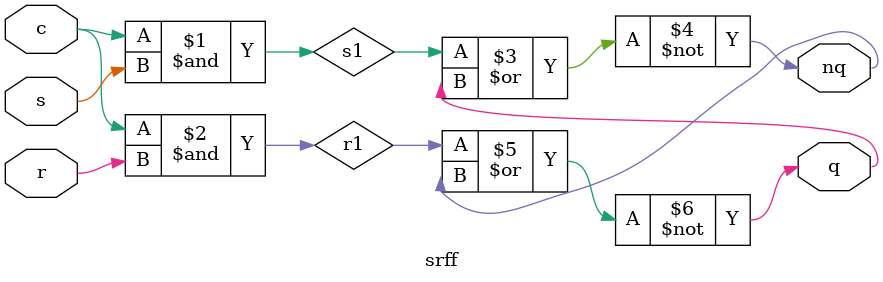
<source format=v>
`timescale 1ns / 1ps


module srff(s,r,c,q,nq);
    input s,r,c;
    output q,nq;
    
    wire s1, r1;
    
    and(s1,c,s);
    and(r1,c,r);
    nor(nq,s1,q);
    nor(q,r1,nq);
endmodule

</source>
